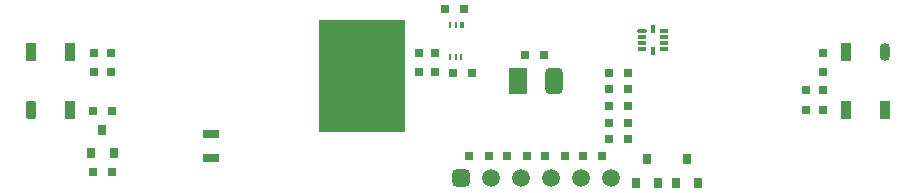
<source format=gtp>
G04*
G04 #@! TF.GenerationSoftware,Altium Limited,Altium Designer,22.1.2 (22)*
G04*
G04 Layer_Color=8421504*
%FSAX44Y44*%
%MOMM*%
G71*
G04*
G04 #@! TF.SameCoordinates,85A146D6-B946-4844-9BAA-ECA2B8BB7C66*
G04*
G04*
G04 #@! TF.FilePolarity,Positive*
G04*
G01*
G75*
%ADD14R,0.8000X0.8000*%
%ADD15R,0.8000X0.9500*%
%ADD16R,0.8000X0.8000*%
%ADD17O,0.9000X1.5000*%
%ADD18R,0.9000X1.5000*%
%ADD19R,0.2500X0.5500*%
G04:AMPARAMS|DCode=20|XSize=0.3mm|YSize=0.55mm|CornerRadius=0.075mm|HoleSize=0mm|Usage=FLASHONLY|Rotation=0.000|XOffset=0mm|YOffset=0mm|HoleType=Round|Shape=RoundedRectangle|*
%AMROUNDEDRECTD20*
21,1,0.3000,0.4000,0,0,0.0*
21,1,0.1500,0.5500,0,0,0.0*
1,1,0.1500,0.0750,-0.2000*
1,1,0.1500,-0.0750,-0.2000*
1,1,0.1500,-0.0750,0.2000*
1,1,0.1500,0.0750,0.2000*
%
%ADD20ROUNDEDRECTD20*%
%ADD21R,0.3000X0.8000*%
%ADD22R,0.8000X0.3000*%
G04:AMPARAMS|DCode=23|XSize=0.3mm|YSize=0.8mm|CornerRadius=0.075mm|HoleSize=0mm|Usage=FLASHONLY|Rotation=270.000|XOffset=0mm|YOffset=0mm|HoleType=Round|Shape=RoundedRectangle|*
%AMROUNDEDRECTD23*
21,1,0.3000,0.6500,0,0,270.0*
21,1,0.1500,0.8000,0,0,270.0*
1,1,0.1500,-0.3250,-0.0750*
1,1,0.1500,-0.3250,0.0750*
1,1,0.1500,0.3250,0.0750*
1,1,0.1500,0.3250,-0.0750*
%
%ADD23ROUNDEDRECTD23*%
%ADD24R,7.3000X9.6000*%
%ADD25R,1.4000X0.8000*%
G04:AMPARAMS|DCode=26|XSize=1.5mm|YSize=2.2mm|CornerRadius=0.375mm|HoleSize=0mm|Usage=FLASHONLY|Rotation=180.000|XOffset=0mm|YOffset=0mm|HoleType=Round|Shape=RoundedRectangle|*
%AMROUNDEDRECTD26*
21,1,1.5000,1.4500,0,0,180.0*
21,1,0.7500,2.2000,0,0,180.0*
1,1,0.7500,-0.3750,0.7250*
1,1,0.7500,0.3750,0.7250*
1,1,0.7500,0.3750,-0.7250*
1,1,0.7500,-0.3750,-0.7250*
%
%ADD26ROUNDEDRECTD26*%
%ADD27R,1.5000X2.2000*%
G04:AMPARAMS|DCode=28|XSize=1.5mm|YSize=0.9mm|CornerRadius=0.225mm|HoleSize=0mm|Usage=FLASHONLY|Rotation=90.000|XOffset=0mm|YOffset=0mm|HoleType=Round|Shape=RoundedRectangle|*
%AMROUNDEDRECTD28*
21,1,1.5000,0.4500,0,0,90.0*
21,1,1.0500,0.9000,0,0,90.0*
1,1,0.4500,0.2250,0.5250*
1,1,0.4500,0.2250,-0.5250*
1,1,0.4500,-0.2250,-0.5250*
1,1,0.4500,-0.2250,0.5250*
%
%ADD28ROUNDEDRECTD28*%
G04:AMPARAMS|DCode=29|XSize=1.5mm|YSize=1.5mm|CornerRadius=0.375mm|HoleSize=0mm|Usage=FLASHONLY|Rotation=90.000|XOffset=0mm|YOffset=0mm|HoleType=Round|Shape=RoundedRectangle|*
%AMROUNDEDRECTD29*
21,1,1.5000,0.7500,0,0,90.0*
21,1,0.7500,1.5000,0,0,90.0*
1,1,0.7500,0.3750,0.3750*
1,1,0.7500,0.3750,-0.3750*
1,1,0.7500,-0.3750,-0.3750*
1,1,0.7500,-0.3750,0.3750*
%
%ADD29ROUNDEDRECTD29*%
%ADD30C,1.5000*%
D14*
X00100750Y00085000D02*
D03*
X00117250D02*
D03*
X00100750Y00033000D02*
D03*
X00117250Y00033000D02*
D03*
X00554250Y00103000D02*
D03*
X00537750D02*
D03*
X00537750Y00117000D02*
D03*
X00554250D02*
D03*
X00554250Y00089000D02*
D03*
X00537750Y00089000D02*
D03*
X00554250Y00061000D02*
D03*
X00537750D02*
D03*
X00554250Y00075000D02*
D03*
X00537750D02*
D03*
X00405750Y00117000D02*
D03*
X00422250D02*
D03*
X00398750Y00171000D02*
D03*
X00415250D02*
D03*
X00515500Y00047000D02*
D03*
X00532000D02*
D03*
X00466750Y00132000D02*
D03*
X00483250D02*
D03*
X00419750Y00047000D02*
D03*
X00468250Y00047000D02*
D03*
X00451750D02*
D03*
X00436250Y00047000D02*
D03*
X00500250Y00047000D02*
D03*
X00483750D02*
D03*
D15*
X00118500Y00049000D02*
D03*
X00109000Y00069000D02*
D03*
X00099500Y00049000D02*
D03*
X00604000Y00044000D02*
D03*
X00594500Y00024000D02*
D03*
X00613500D02*
D03*
X00579500D02*
D03*
X00570000Y00044000D02*
D03*
X00560500Y00024000D02*
D03*
D16*
X00102000Y00117750D02*
D03*
Y00134250D02*
D03*
X00116000D02*
D03*
Y00117750D02*
D03*
X00719000Y00134250D02*
D03*
Y00117750D02*
D03*
X00719000Y00085750D02*
D03*
Y00102250D02*
D03*
X00391000Y00134250D02*
D03*
X00391000Y00117750D02*
D03*
X00377000D02*
D03*
Y00134250D02*
D03*
X00705000Y00102250D02*
D03*
Y00085750D02*
D03*
D17*
X00771500Y00134480D02*
D03*
D18*
X00738500D02*
D03*
Y00085480D02*
D03*
X00771500D02*
D03*
X00081500Y00085520D02*
D03*
Y00134520D02*
D03*
X00048500D02*
D03*
D19*
X00403000Y00130250D02*
D03*
X00408000Y00130250D02*
D03*
X00413000Y00130250D02*
D03*
X00403000Y00157750D02*
D03*
X00408000D02*
D03*
D20*
X00413250D02*
D03*
D21*
X00575000Y00154500D02*
D03*
Y00135500D02*
D03*
D22*
X00584500Y00152500D02*
D03*
Y00137500D02*
D03*
Y00142500D02*
D03*
Y00147500D02*
D03*
X00565500Y00137500D02*
D03*
Y00142500D02*
D03*
Y00147500D02*
D03*
D23*
Y00152500D02*
D03*
D24*
X00329000Y00114000D02*
D03*
D25*
X00201000Y00045000D02*
D03*
Y00065000D02*
D03*
D26*
X00491500Y00110000D02*
D03*
D27*
X00460500D02*
D03*
D28*
X00048500Y00085520D02*
D03*
D29*
X00412500Y00028000D02*
D03*
D30*
X00437900D02*
D03*
X00463300D02*
D03*
X00488700D02*
D03*
X00514100D02*
D03*
X00539500D02*
D03*
M02*

</source>
